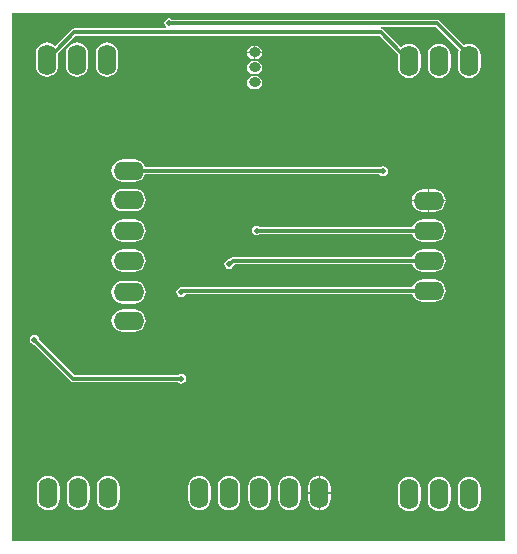
<source format=gbl>
G04*
G04 #@! TF.GenerationSoftware,Altium Limited,Altium Designer,21.0.9 (235)*
G04*
G04 Layer_Physical_Order=2*
G04 Layer_Color=16711680*
%FSLAX44Y44*%
%MOMM*%
G71*
G04*
G04 #@! TF.SameCoordinates,A09F276E-AA30-40E7-8DD8-8EDFBC635AFD*
G04*
G04*
G04 #@! TF.FilePolarity,Positive*
G04*
G01*
G75*
%ADD22C,0.3000*%
%ADD23O,2.6000X1.6000*%
%ADD24O,1.6000X2.6000*%
%ADD25O,1.0000X0.8000*%
%ADD26C,0.5000*%
G36*
X418461Y448461D02*
X418461Y1539D01*
X1539Y1539D01*
X1539Y448461D01*
X418461Y448461D01*
D02*
G37*
%LPC*%
G36*
X207618Y420644D02*
X207368D01*
Y415786D01*
X213076D01*
X212799Y417182D01*
X211583Y419001D01*
X209764Y420217D01*
X207618Y420644D01*
D02*
G37*
G36*
X205868D02*
X205618D01*
X203472Y420217D01*
X201653Y419001D01*
X200437Y417182D01*
X200159Y415786D01*
X205868D01*
Y420644D01*
D02*
G37*
G36*
X213076Y414286D02*
X207368D01*
Y409428D01*
X207618D01*
X209764Y409855D01*
X211583Y411071D01*
X212799Y412890D01*
X213076Y414286D01*
D02*
G37*
G36*
X205868D02*
X200159D01*
X200437Y412890D01*
X201653Y411071D01*
X203472Y409855D01*
X205618Y409428D01*
X205868D01*
Y414286D01*
D02*
G37*
G36*
X207618Y407944D02*
X205618D01*
X203472Y407517D01*
X201653Y406301D01*
X200437Y404482D01*
X200010Y402336D01*
X200437Y400190D01*
X201653Y398371D01*
X203472Y397155D01*
X205618Y396728D01*
X207618D01*
X209764Y397155D01*
X211583Y398371D01*
X212799Y400190D01*
X213225Y402336D01*
X212799Y404482D01*
X211583Y406301D01*
X209764Y407517D01*
X207618Y407944D01*
D02*
G37*
G36*
X81550Y423482D02*
X79070Y423156D01*
X76759Y422198D01*
X74774Y420676D01*
X73252Y418691D01*
X72295Y416380D01*
X71968Y413900D01*
Y403900D01*
X72295Y401420D01*
X73252Y399109D01*
X74774Y397124D01*
X76759Y395602D01*
X79070Y394645D01*
X81550Y394318D01*
X84030Y394645D01*
X86341Y395602D01*
X88325Y397124D01*
X89848Y399109D01*
X90805Y401420D01*
X91132Y403900D01*
Y413900D01*
X90805Y416380D01*
X89848Y418691D01*
X88325Y420676D01*
X86341Y422198D01*
X84030Y423156D01*
X81550Y423482D01*
D02*
G37*
G36*
X56150D02*
X53670Y423156D01*
X51359Y422198D01*
X49374Y420676D01*
X47852Y418691D01*
X46894Y416380D01*
X46568Y413900D01*
Y403900D01*
X46894Y401420D01*
X47852Y399109D01*
X49374Y397124D01*
X51359Y395602D01*
X53670Y394645D01*
X56150Y394318D01*
X58630Y394645D01*
X60941Y395602D01*
X62925Y397124D01*
X64448Y399109D01*
X65405Y401420D01*
X65732Y403900D01*
Y413900D01*
X65405Y416380D01*
X64448Y418691D01*
X62925Y420676D01*
X60941Y422198D01*
X58630Y423156D01*
X56150Y423482D01*
D02*
G37*
G36*
X134366Y443752D02*
X132805Y443442D01*
X131482Y442558D01*
X130598Y441235D01*
X130288Y439674D01*
X130598Y438113D01*
X131482Y436790D01*
X131736Y436621D01*
X131350Y435351D01*
X54142D01*
X54142Y435351D01*
X52971Y435118D01*
X51979Y434455D01*
X38158Y420634D01*
X37525Y420676D01*
X35541Y422198D01*
X33230Y423156D01*
X30750Y423482D01*
X28270Y423156D01*
X25959Y422198D01*
X23974Y420676D01*
X22452Y418691D01*
X21495Y416380D01*
X21168Y413900D01*
Y403900D01*
X21495Y401420D01*
X22452Y399109D01*
X23974Y397124D01*
X25959Y395602D01*
X28270Y394645D01*
X30750Y394318D01*
X33230Y394645D01*
X35541Y395602D01*
X37525Y397124D01*
X39048Y399109D01*
X40005Y401420D01*
X40332Y403900D01*
Y413900D01*
X40298Y414156D01*
X40400Y414225D01*
X55409Y429233D01*
X312041D01*
X327950Y413325D01*
X327950Y413325D01*
X328052Y413256D01*
X328018Y413000D01*
Y403000D01*
X328345Y400520D01*
X329302Y398209D01*
X330825Y396225D01*
X332809Y394702D01*
X335120Y393745D01*
X337600Y393418D01*
X340080Y393745D01*
X342391Y394702D01*
X344375Y396225D01*
X345898Y398209D01*
X346856Y400520D01*
X347182Y403000D01*
Y413000D01*
X346856Y415480D01*
X345898Y417791D01*
X344375Y419776D01*
X342391Y421298D01*
X340080Y422256D01*
X337600Y422582D01*
X335120Y422256D01*
X332809Y421298D01*
X330825Y419776D01*
X330192Y419734D01*
X315471Y434455D01*
X314479Y435118D01*
X313308Y435351D01*
X313308Y435351D01*
X313321Y436615D01*
X360213D01*
X379790Y417038D01*
X379145Y415480D01*
X378818Y413000D01*
Y403000D01*
X379145Y400520D01*
X380102Y398209D01*
X381625Y396225D01*
X383609Y394702D01*
X385920Y393745D01*
X388400Y393418D01*
X390880Y393745D01*
X393191Y394702D01*
X395176Y396225D01*
X396698Y398209D01*
X397655Y400520D01*
X397982Y403000D01*
Y413000D01*
X397655Y415480D01*
X396698Y417791D01*
X395176Y419776D01*
X393191Y421298D01*
X390880Y422256D01*
X388400Y422582D01*
X385920Y422256D01*
X384014Y421466D01*
X363643Y441837D01*
X362650Y442500D01*
X361480Y442733D01*
X361480Y442733D01*
X136988D01*
X135927Y443442D01*
X134366Y443752D01*
D02*
G37*
G36*
X363000Y422582D02*
X360520Y422256D01*
X358209Y421298D01*
X356225Y419776D01*
X354702Y417791D01*
X353745Y415480D01*
X353418Y413000D01*
Y403000D01*
X353745Y400520D01*
X354702Y398209D01*
X356225Y396225D01*
X358209Y394702D01*
X360520Y393745D01*
X363000Y393418D01*
X365480Y393745D01*
X367791Y394702D01*
X369776Y396225D01*
X371298Y398209D01*
X372256Y400520D01*
X372582Y403000D01*
Y413000D01*
X372256Y415480D01*
X371298Y417791D01*
X369776Y419776D01*
X367791Y421298D01*
X365480Y422256D01*
X363000Y422582D01*
D02*
G37*
G36*
X207618Y395244D02*
X205618D01*
X203472Y394817D01*
X201653Y393601D01*
X200437Y391782D01*
X200010Y389636D01*
X200437Y387490D01*
X201653Y385671D01*
X203472Y384455D01*
X205618Y384028D01*
X207618D01*
X209764Y384455D01*
X211583Y385671D01*
X212799Y387490D01*
X213225Y389636D01*
X212799Y391782D01*
X211583Y393601D01*
X209764Y394817D01*
X207618Y395244D01*
D02*
G37*
G36*
X105000Y324582D02*
X95000D01*
X92520Y324255D01*
X90209Y323298D01*
X88224Y321776D01*
X86702Y319791D01*
X85744Y317480D01*
X85418Y315000D01*
X85744Y312520D01*
X86702Y310209D01*
X88224Y308225D01*
X90209Y306702D01*
X92520Y305744D01*
X95000Y305418D01*
X105000D01*
X107480Y305744D01*
X109791Y306702D01*
X111776Y308225D01*
X113298Y310209D01*
X114016Y311941D01*
X312338D01*
X312587Y311568D01*
X313910Y310684D01*
X315471Y310374D01*
X317032Y310684D01*
X318355Y311568D01*
X319239Y312891D01*
X319549Y314452D01*
X319239Y316013D01*
X318355Y317336D01*
X317032Y318220D01*
X315471Y318530D01*
X313910Y318220D01*
X313669Y318059D01*
X114016D01*
X113298Y319791D01*
X111776Y321776D01*
X109791Y323298D01*
X107480Y324255D01*
X105000Y324582D01*
D02*
G37*
G36*
X359000Y299182D02*
X354750D01*
Y290350D01*
X368483D01*
X368256Y292080D01*
X367298Y294391D01*
X365775Y296376D01*
X363791Y297898D01*
X361480Y298855D01*
X359000Y299182D01*
D02*
G37*
G36*
X353250D02*
X349000D01*
X346520Y298855D01*
X344209Y297898D01*
X342225Y296376D01*
X340702Y294391D01*
X339744Y292080D01*
X339517Y290350D01*
X353250D01*
Y299182D01*
D02*
G37*
G36*
X105000Y299582D02*
X95000D01*
X92520Y299256D01*
X90209Y298298D01*
X88224Y296775D01*
X86702Y294791D01*
X85744Y292480D01*
X85418Y290000D01*
X85744Y287520D01*
X86702Y285209D01*
X88224Y283225D01*
X90209Y281702D01*
X92520Y280744D01*
X95000Y280418D01*
X105000D01*
X107480Y280744D01*
X109791Y281702D01*
X111776Y283225D01*
X113298Y285209D01*
X114256Y287520D01*
X114582Y290000D01*
X114256Y292480D01*
X113298Y294791D01*
X111776Y296775D01*
X109791Y298298D01*
X107480Y299256D01*
X105000Y299582D01*
D02*
G37*
G36*
X368483Y288850D02*
X354750D01*
Y280018D01*
X359000D01*
X361480Y280345D01*
X363791Y281302D01*
X365775Y282825D01*
X367298Y284809D01*
X368256Y287120D01*
X368483Y288850D01*
D02*
G37*
G36*
X353250D02*
X339517D01*
X339744Y287120D01*
X340702Y284809D01*
X342225Y282825D01*
X344209Y281302D01*
X346520Y280345D01*
X349000Y280018D01*
X353250D01*
Y288850D01*
D02*
G37*
G36*
X359000Y273782D02*
X349000D01*
X346520Y273456D01*
X344209Y272498D01*
X342225Y270975D01*
X340702Y268991D01*
X339984Y267259D01*
X210942D01*
X209881Y267968D01*
X208320Y268278D01*
X206759Y267968D01*
X205436Y267084D01*
X204552Y265761D01*
X204242Y264200D01*
X204552Y262639D01*
X205436Y261316D01*
X206759Y260432D01*
X208320Y260122D01*
X209881Y260432D01*
X210942Y261141D01*
X339984D01*
X340702Y259409D01*
X342225Y257425D01*
X344209Y255902D01*
X346520Y254944D01*
X349000Y254618D01*
X359000D01*
X361480Y254944D01*
X363791Y255902D01*
X365775Y257425D01*
X367298Y259409D01*
X368256Y261720D01*
X368582Y264200D01*
X368256Y266680D01*
X367298Y268991D01*
X365775Y270975D01*
X363791Y272498D01*
X361480Y273456D01*
X359000Y273782D01*
D02*
G37*
G36*
X105000D02*
X95000D01*
X92520Y273456D01*
X90209Y272498D01*
X88224Y270975D01*
X86702Y268991D01*
X85744Y266680D01*
X85418Y264200D01*
X85744Y261720D01*
X86702Y259409D01*
X88224Y257425D01*
X90209Y255902D01*
X92520Y254944D01*
X95000Y254618D01*
X105000D01*
X107480Y254944D01*
X109791Y255902D01*
X111776Y257425D01*
X113298Y259409D01*
X114256Y261720D01*
X114582Y264200D01*
X114256Y266680D01*
X113298Y268991D01*
X111776Y270975D01*
X109791Y272498D01*
X107480Y273456D01*
X105000Y273782D01*
D02*
G37*
G36*
X359000Y248382D02*
X349000D01*
X346520Y248055D01*
X344209Y247098D01*
X342225Y245576D01*
X340702Y243591D01*
X339984Y241859D01*
X188610D01*
X188610Y241859D01*
X187440Y241626D01*
X186447Y240963D01*
X186447Y240963D01*
X185245Y239761D01*
X185000Y239809D01*
X183439Y239499D01*
X182116Y238615D01*
X181232Y237292D01*
X180922Y235731D01*
X181232Y234170D01*
X182116Y232847D01*
X183439Y231963D01*
X185000Y231653D01*
X186561Y231963D01*
X187884Y232847D01*
X188768Y234170D01*
X188883Y234746D01*
X189877Y235741D01*
X339984D01*
X340702Y234009D01*
X342225Y232025D01*
X344209Y230502D01*
X346520Y229545D01*
X349000Y229218D01*
X359000D01*
X361480Y229545D01*
X363791Y230502D01*
X365775Y232025D01*
X367298Y234009D01*
X368256Y236320D01*
X368582Y238800D01*
X368256Y241280D01*
X367298Y243591D01*
X365775Y245576D01*
X363791Y247098D01*
X361480Y248055D01*
X359000Y248382D01*
D02*
G37*
G36*
X105000D02*
X95000D01*
X92520Y248055D01*
X90209Y247098D01*
X88224Y245576D01*
X86702Y243591D01*
X85744Y241280D01*
X85418Y238800D01*
X85744Y236320D01*
X86702Y234009D01*
X88224Y232025D01*
X90209Y230502D01*
X92520Y229545D01*
X95000Y229218D01*
X105000D01*
X107480Y229545D01*
X109791Y230502D01*
X111776Y232025D01*
X113298Y234009D01*
X114256Y236320D01*
X114582Y238800D01*
X114256Y241280D01*
X113298Y243591D01*
X111776Y245576D01*
X109791Y247098D01*
X107480Y248055D01*
X105000Y248382D01*
D02*
G37*
G36*
X359000Y222982D02*
X349000D01*
X346520Y222656D01*
X344209Y221698D01*
X342225Y220175D01*
X340702Y218191D01*
X339984Y216459D01*
X145926D01*
X145926Y216459D01*
X144755Y216226D01*
X144533Y216077D01*
X144526Y216078D01*
X142965Y215768D01*
X141642Y214884D01*
X140758Y213561D01*
X140448Y212000D01*
X140758Y210439D01*
X141642Y209116D01*
X142965Y208232D01*
X144526Y207922D01*
X146087Y208232D01*
X147410Y209116D01*
X148228Y210341D01*
X339984D01*
X340702Y208609D01*
X342225Y206625D01*
X344209Y205102D01*
X346520Y204144D01*
X349000Y203818D01*
X359000D01*
X361480Y204144D01*
X363791Y205102D01*
X365775Y206625D01*
X367298Y208609D01*
X368256Y210920D01*
X368582Y213400D01*
X368256Y215880D01*
X367298Y218191D01*
X365775Y220175D01*
X363791Y221698D01*
X361480Y222656D01*
X359000Y222982D01*
D02*
G37*
G36*
X105000Y221582D02*
X95000D01*
X92520Y221255D01*
X90209Y220298D01*
X88224Y218776D01*
X86702Y216791D01*
X85744Y214480D01*
X85418Y212000D01*
X85744Y209520D01*
X86702Y207209D01*
X88224Y205225D01*
X90209Y203702D01*
X92520Y202745D01*
X95000Y202418D01*
X105000D01*
X107480Y202745D01*
X109791Y203702D01*
X111776Y205225D01*
X113298Y207209D01*
X114256Y209520D01*
X114582Y212000D01*
X114256Y214480D01*
X113298Y216791D01*
X111776Y218776D01*
X109791Y220298D01*
X107480Y221255D01*
X105000Y221582D01*
D02*
G37*
G36*
Y197582D02*
X95000D01*
X92520Y197255D01*
X90209Y196298D01*
X88224Y194776D01*
X86702Y192791D01*
X85744Y190480D01*
X85418Y188000D01*
X85744Y185520D01*
X86702Y183209D01*
X88224Y181225D01*
X90209Y179702D01*
X92520Y178745D01*
X95000Y178418D01*
X105000D01*
X107480Y178745D01*
X109791Y179702D01*
X111776Y181225D01*
X113298Y183209D01*
X114256Y185520D01*
X114582Y188000D01*
X114256Y190480D01*
X113298Y192791D01*
X111776Y194776D01*
X109791Y196298D01*
X107480Y197255D01*
X105000Y197582D01*
D02*
G37*
G36*
X20238Y175782D02*
X18677Y175472D01*
X17354Y174588D01*
X16470Y173265D01*
X16160Y171704D01*
X16470Y170143D01*
X17354Y168820D01*
X18677Y167936D01*
X19929Y167687D01*
X51095Y136521D01*
X51095Y136521D01*
X52087Y135858D01*
X53258Y135625D01*
X53258Y135625D01*
X141904D01*
X142965Y134916D01*
X144526Y134606D01*
X146087Y134916D01*
X147410Y135800D01*
X148294Y137123D01*
X148604Y138684D01*
X148294Y140245D01*
X147410Y141568D01*
X146087Y142452D01*
X144526Y142762D01*
X142965Y142452D01*
X141904Y141743D01*
X54525D01*
X24255Y172013D01*
X24006Y173265D01*
X23122Y174588D01*
X21799Y175472D01*
X20238Y175782D01*
D02*
G37*
G36*
X262350Y56483D02*
Y42750D01*
X271182D01*
Y47000D01*
X270856Y49480D01*
X269898Y51791D01*
X268375Y53776D01*
X266391Y55298D01*
X264080Y56255D01*
X262350Y56483D01*
D02*
G37*
G36*
X260850D02*
X259120Y56255D01*
X256809Y55298D01*
X254825Y53776D01*
X253302Y51791D01*
X252345Y49480D01*
X252018Y47000D01*
Y42750D01*
X260850D01*
Y56483D01*
D02*
G37*
G36*
X271182Y41250D02*
X262350D01*
Y27517D01*
X264080Y27745D01*
X266391Y28702D01*
X268375Y30224D01*
X269898Y32209D01*
X270856Y34520D01*
X271182Y37000D01*
Y41250D01*
D02*
G37*
G36*
X260850D02*
X252018D01*
Y37000D01*
X252345Y34520D01*
X253302Y32209D01*
X254825Y30224D01*
X256809Y28702D01*
X259120Y27745D01*
X260850Y27517D01*
Y41250D01*
D02*
G37*
G36*
X236200Y56582D02*
X233720Y56255D01*
X231409Y55298D01*
X229425Y53776D01*
X227902Y51791D01*
X226945Y49480D01*
X226618Y47000D01*
Y37000D01*
X226945Y34520D01*
X227902Y32209D01*
X229425Y30224D01*
X231409Y28702D01*
X233720Y27745D01*
X236200Y27418D01*
X238680Y27745D01*
X240991Y28702D01*
X242976Y30224D01*
X244498Y32209D01*
X245455Y34520D01*
X245782Y37000D01*
Y47000D01*
X245455Y49480D01*
X244498Y51791D01*
X242976Y53776D01*
X240991Y55298D01*
X238680Y56255D01*
X236200Y56582D01*
D02*
G37*
G36*
X210800D02*
X208320Y56255D01*
X206009Y55298D01*
X204025Y53776D01*
X202502Y51791D01*
X201545Y49480D01*
X201218Y47000D01*
Y37000D01*
X201545Y34520D01*
X202502Y32209D01*
X204025Y30224D01*
X206009Y28702D01*
X208320Y27745D01*
X210800Y27418D01*
X213280Y27745D01*
X215591Y28702D01*
X217575Y30224D01*
X219098Y32209D01*
X220056Y34520D01*
X220382Y37000D01*
Y47000D01*
X220056Y49480D01*
X219098Y51791D01*
X217575Y53776D01*
X215591Y55298D01*
X213280Y56255D01*
X210800Y56582D01*
D02*
G37*
G36*
X185000D02*
X182520Y56255D01*
X180209Y55298D01*
X178225Y53776D01*
X176702Y51791D01*
X175745Y49480D01*
X175418Y47000D01*
Y37000D01*
X175745Y34520D01*
X176702Y32209D01*
X178225Y30224D01*
X180209Y28702D01*
X182520Y27745D01*
X185000Y27418D01*
X187480Y27745D01*
X189791Y28702D01*
X191775Y30224D01*
X193298Y32209D01*
X194256Y34520D01*
X194582Y37000D01*
Y47000D01*
X194256Y49480D01*
X193298Y51791D01*
X191775Y53776D01*
X189791Y55298D01*
X187480Y56255D01*
X185000Y56582D01*
D02*
G37*
G36*
X160000D02*
X157520Y56255D01*
X155209Y55298D01*
X153225Y53776D01*
X151702Y51791D01*
X150745Y49480D01*
X150418Y47000D01*
Y37000D01*
X150745Y34520D01*
X151702Y32209D01*
X153225Y30224D01*
X155209Y28702D01*
X157520Y27745D01*
X160000Y27418D01*
X162480Y27745D01*
X164791Y28702D01*
X166775Y30224D01*
X168298Y32209D01*
X169256Y34520D01*
X169582Y37000D01*
Y47000D01*
X169256Y49480D01*
X168298Y51791D01*
X166775Y53776D01*
X164791Y55298D01*
X162480Y56255D01*
X160000Y56582D01*
D02*
G37*
G36*
X82790D02*
X80310Y56255D01*
X77999Y55298D01*
X76015Y53776D01*
X74492Y51791D01*
X73535Y49480D01*
X73208Y47000D01*
Y37000D01*
X73535Y34520D01*
X74492Y32209D01*
X76015Y30224D01*
X77999Y28702D01*
X80310Y27745D01*
X82790Y27418D01*
X85270Y27745D01*
X87581Y28702D01*
X89566Y30224D01*
X91088Y32209D01*
X92046Y34520D01*
X92372Y37000D01*
Y47000D01*
X92046Y49480D01*
X91088Y51791D01*
X89566Y53776D01*
X87581Y55298D01*
X85270Y56255D01*
X82790Y56582D01*
D02*
G37*
G36*
X57390D02*
X54910Y56255D01*
X52599Y55298D01*
X50615Y53776D01*
X49092Y51791D01*
X48135Y49480D01*
X47808Y47000D01*
Y37000D01*
X48135Y34520D01*
X49092Y32209D01*
X50615Y30224D01*
X52599Y28702D01*
X54910Y27745D01*
X57390Y27418D01*
X59870Y27745D01*
X62181Y28702D01*
X64166Y30224D01*
X65689Y32209D01*
X66646Y34520D01*
X66972Y37000D01*
Y47000D01*
X66646Y49480D01*
X65689Y51791D01*
X64166Y53776D01*
X62181Y55298D01*
X59870Y56255D01*
X57390Y56582D01*
D02*
G37*
G36*
X31990D02*
X29510Y56255D01*
X27199Y55298D01*
X25215Y53776D01*
X23692Y51791D01*
X22735Y49480D01*
X22408Y47000D01*
Y37000D01*
X22735Y34520D01*
X23692Y32209D01*
X25215Y30224D01*
X27199Y28702D01*
X29510Y27745D01*
X31990Y27418D01*
X34470Y27745D01*
X36781Y28702D01*
X38766Y30224D01*
X40289Y32209D01*
X41246Y34520D01*
X41572Y37000D01*
Y47000D01*
X41246Y49480D01*
X40289Y51791D01*
X38766Y53776D01*
X36781Y55298D01*
X34470Y56255D01*
X31990Y56582D01*
D02*
G37*
G36*
X388400Y55582D02*
X385920Y55255D01*
X383609Y54298D01*
X381625Y52776D01*
X380102Y50791D01*
X379145Y48480D01*
X378818Y46000D01*
Y36000D01*
X379145Y33520D01*
X380102Y31209D01*
X381625Y29225D01*
X383609Y27702D01*
X385920Y26744D01*
X388400Y26418D01*
X390880Y26744D01*
X393191Y27702D01*
X395176Y29225D01*
X396698Y31209D01*
X397655Y33520D01*
X397982Y36000D01*
Y46000D01*
X397655Y48480D01*
X396698Y50791D01*
X395176Y52776D01*
X393191Y54298D01*
X390880Y55255D01*
X388400Y55582D01*
D02*
G37*
G36*
X363000D02*
X360520Y55255D01*
X358209Y54298D01*
X356225Y52776D01*
X354702Y50791D01*
X353745Y48480D01*
X353418Y46000D01*
Y36000D01*
X353745Y33520D01*
X354702Y31209D01*
X356225Y29225D01*
X358209Y27702D01*
X360520Y26744D01*
X363000Y26418D01*
X365480Y26744D01*
X367791Y27702D01*
X369776Y29225D01*
X371298Y31209D01*
X372256Y33520D01*
X372582Y36000D01*
Y46000D01*
X372256Y48480D01*
X371298Y50791D01*
X369776Y52776D01*
X367791Y54298D01*
X365480Y55255D01*
X363000Y55582D01*
D02*
G37*
G36*
X337600D02*
X335120Y55255D01*
X332809Y54298D01*
X330825Y52776D01*
X329302Y50791D01*
X328345Y48480D01*
X328018Y46000D01*
Y36000D01*
X328345Y33520D01*
X329302Y31209D01*
X330825Y29225D01*
X332809Y27702D01*
X335120Y26744D01*
X337600Y26418D01*
X340080Y26744D01*
X342391Y27702D01*
X344375Y29225D01*
X345898Y31209D01*
X346856Y33520D01*
X347182Y36000D01*
Y46000D01*
X346856Y48480D01*
X345898Y50791D01*
X344375Y52776D01*
X342391Y54298D01*
X340080Y55255D01*
X337600Y55582D01*
D02*
G37*
%LPD*%
D22*
X100000Y315000D02*
X314923D01*
X315471Y314452D01*
X185000Y235731D02*
X185541D01*
X188610Y238800D01*
X354000D01*
X208320Y264200D02*
X354000D01*
X144526Y212000D02*
X145926Y213400D01*
X354000D01*
X20238Y171704D02*
X53258Y138684D01*
X144526D01*
X134366Y439674D02*
X361480D01*
X388400Y408000D02*
Y412754D01*
X361480Y439674D02*
X388400Y412754D01*
X30750Y410382D02*
X36755Y416387D01*
X30750Y408900D02*
Y410382D01*
X36755Y416387D02*
X38237D01*
X54142Y432292D01*
X313308D01*
X330113Y415487D01*
X337600Y408000D02*
Y409482D01*
X331595Y415487D02*
X337600Y409482D01*
X330113Y415487D02*
X331595D01*
D23*
X354000Y213400D02*
D03*
Y238800D02*
D03*
Y264200D02*
D03*
Y289600D02*
D03*
X100000Y188000D02*
D03*
Y212000D02*
D03*
Y238800D02*
D03*
Y315000D02*
D03*
Y290000D02*
D03*
Y264200D02*
D03*
D24*
X261600Y42000D02*
D03*
X210800D02*
D03*
X185000D02*
D03*
X160000D02*
D03*
X236200D02*
D03*
X337600Y408000D02*
D03*
X363000D02*
D03*
X388400D02*
D03*
X30750Y408900D02*
D03*
X56150D02*
D03*
X81550D02*
D03*
X82790Y42000D02*
D03*
X57390D02*
D03*
X31990D02*
D03*
X388400Y41000D02*
D03*
X363000D02*
D03*
X337600D02*
D03*
D25*
X206618Y415036D02*
D03*
Y402336D02*
D03*
Y389636D02*
D03*
D26*
X315471Y314452D02*
D03*
X185000Y235731D02*
D03*
X208320Y264200D02*
D03*
X144526Y212000D02*
D03*
X20238Y171704D02*
D03*
X144526Y138684D02*
D03*
X134366Y439674D02*
D03*
M02*

</source>
